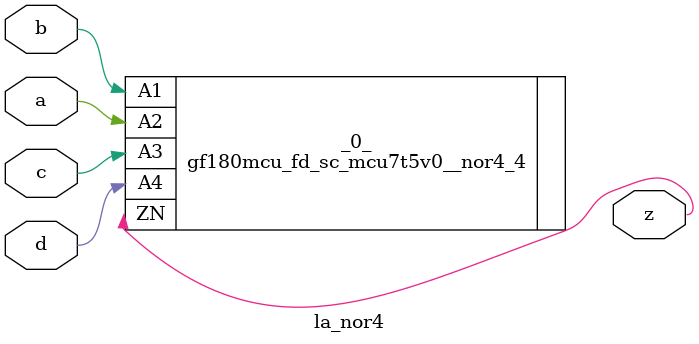
<source format=v>

/* Generated by Yosys 0.44 (git sha1 80ba43d26, g++ 11.4.0-1ubuntu1~22.04 -fPIC -O3) */

(* top =  1  *)
(* src = "generated" *)
(* keep_hierarchy *)
module la_nor4 (
    a,
    b,
    c,
    d,
    z
);
  (* src = "generated" *)
  input a;
  wire a;
  (* src = "generated" *)
  input b;
  wire b;
  (* src = "generated" *)
  input c;
  wire c;
  (* src = "generated" *)
  input d;
  wire d;
  (* src = "generated" *)
  output z;
  wire z;
  gf180mcu_fd_sc_mcu7t5v0__nor4_4 _0_ (
      .A1(b),
      .A2(a),
      .A3(c),
      .A4(d),
      .ZN(z)
  );
endmodule

</source>
